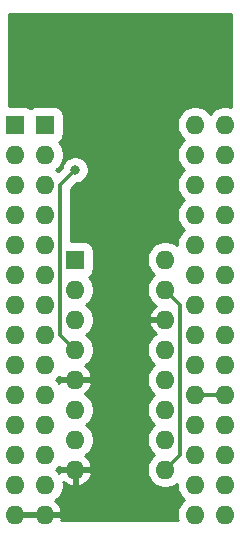
<source format=gbl>
%TF.GenerationSoftware,KiCad,Pcbnew,(5.1.9)-1*%
%TF.CreationDate,2021-05-18T21:14:01+08:00*%
%TF.ProjectId,SmartWatchRedux-E-SMT,536d6172-7457-4617-9463-685265647578,rev?*%
%TF.SameCoordinates,Original*%
%TF.FileFunction,Copper,L2,Bot*%
%TF.FilePolarity,Positive*%
%FSLAX46Y46*%
G04 Gerber Fmt 4.6, Leading zero omitted, Abs format (unit mm)*
G04 Created by KiCad (PCBNEW (5.1.9)-1) date 2021-05-18 21:14:01*
%MOMM*%
%LPD*%
G01*
G04 APERTURE LIST*
%TA.AperFunction,ComponentPad*%
%ADD10O,1.600000X1.600000*%
%TD*%
%TA.AperFunction,ComponentPad*%
%ADD11R,1.600000X1.600000*%
%TD*%
%TA.AperFunction,ViaPad*%
%ADD12C,0.800000*%
%TD*%
%TA.AperFunction,Conductor*%
%ADD13C,0.350000*%
%TD*%
%TA.AperFunction,Conductor*%
%ADD14C,0.254000*%
%TD*%
%TA.AperFunction,Conductor*%
%ADD15C,0.100000*%
%TD*%
G04 APERTURE END LIST*
D10*
%TO.P,CN1,28*%
%TO.N,VCC*%
X123190000Y-63500000D03*
%TO.P,CN1,14*%
%TO.N,GND*%
X107950000Y-96520000D03*
%TO.P,CN1,27*%
%TO.N,Net-(CN1-Pad27)*%
X123190000Y-66040000D03*
%TO.P,CN1,13*%
%TO.N,Net-(CN1-Pad13)*%
X107950000Y-93980000D03*
%TO.P,CN1,26*%
%TO.N,Net-(CN1-Pad26)*%
X123190000Y-68580000D03*
%TO.P,CN1,12*%
%TO.N,Net-(CN1-Pad12)*%
X107950000Y-91440000D03*
%TO.P,CN1,25*%
%TO.N,Net-(CN1-Pad25)*%
X123190000Y-71120000D03*
%TO.P,CN1,11*%
%TO.N,Net-(CN1-Pad11)*%
X107950000Y-88900000D03*
%TO.P,CN1,24*%
%TO.N,Net-(CN1-Pad24)*%
X123190000Y-73660000D03*
%TO.P,CN1,10*%
%TO.N,Net-(CN1-Pad10)*%
X107950000Y-86360000D03*
%TO.P,CN1,23*%
%TO.N,Net-(CN1-Pad23)*%
X123190000Y-76200000D03*
%TO.P,CN1,9*%
%TO.N,Net-(CN1-Pad9)*%
X107950000Y-83820000D03*
%TO.P,CN1,22*%
%TO.N,Net-(CN1-Pad22)*%
X123190000Y-78740000D03*
%TO.P,CN1,8*%
%TO.N,Net-(CN1-Pad8)*%
X107950000Y-81280000D03*
%TO.P,CN1,21*%
%TO.N,Net-(CN1-Pad21)*%
X123190000Y-81280000D03*
%TO.P,CN1,7*%
%TO.N,Net-(CN1-Pad7)*%
X107950000Y-78740000D03*
%TO.P,CN1,20*%
%TO.N,Net-(CN1-Pad20)*%
X123190000Y-83820000D03*
%TO.P,CN1,6*%
%TO.N,Net-(CN1-Pad6)*%
X107950000Y-76200000D03*
%TO.P,CN1,19*%
%TO.N,Net-(CN1-Pad19)*%
X123190000Y-86360000D03*
%TO.P,CN1,5*%
%TO.N,Net-(CN1-Pad5)*%
X107950000Y-73660000D03*
%TO.P,CN1,18*%
%TO.N,Net-(CN1-Pad18)*%
X123190000Y-88900000D03*
%TO.P,CN1,4*%
%TO.N,Net-(CN1-Pad4)*%
X107950000Y-71120000D03*
%TO.P,CN1,17*%
%TO.N,Net-(CN1-Pad17)*%
X123190000Y-91440000D03*
%TO.P,CN1,3*%
%TO.N,Net-(CN1-Pad3)*%
X107950000Y-68580000D03*
%TO.P,CN1,16*%
%TO.N,Net-(CN1-Pad16)*%
X123190000Y-93980000D03*
%TO.P,CN1,2*%
%TO.N,Net-(CN1-Pad2)*%
X107950000Y-66040000D03*
%TO.P,CN1,15*%
%TO.N,Net-(CN1-Pad15)*%
X123190000Y-96520000D03*
D11*
%TO.P,CN1,1*%
%TO.N,Net-(CN1-Pad1)*%
X107950000Y-63500000D03*
%TD*%
D10*
%TO.P,U1,28*%
%TO.N,VCC*%
X125730000Y-63500000D03*
%TO.P,U1,14*%
%TO.N,GND*%
X110490000Y-96520000D03*
%TO.P,U1,27*%
%TO.N,Net-(CN1-Pad27)*%
X125730000Y-66040000D03*
%TO.P,U1,13*%
%TO.N,Net-(CN1-Pad13)*%
X110490000Y-93980000D03*
%TO.P,U1,26*%
%TO.N,Net-(CN1-Pad26)*%
X125730000Y-68580000D03*
%TO.P,U1,12*%
%TO.N,Net-(CN1-Pad12)*%
X110490000Y-91440000D03*
%TO.P,U1,25*%
%TO.N,Net-(CN1-Pad25)*%
X125730000Y-71120000D03*
%TO.P,U1,11*%
%TO.N,Net-(CN1-Pad11)*%
X110490000Y-88900000D03*
%TO.P,U1,24*%
%TO.N,Net-(CN1-Pad24)*%
X125730000Y-73660000D03*
%TO.P,U1,10*%
%TO.N,Net-(CN1-Pad10)*%
X110490000Y-86360000D03*
%TO.P,U1,23*%
%TO.N,Net-(CN1-Pad23)*%
X125730000Y-76200000D03*
%TO.P,U1,9*%
%TO.N,Net-(CN1-Pad9)*%
X110490000Y-83820000D03*
%TO.P,U1,22*%
%TO.N,Net-(CN1-Pad22)*%
X125730000Y-78740000D03*
%TO.P,U1,8*%
%TO.N,Net-(CN1-Pad8)*%
X110490000Y-81280000D03*
%TO.P,U1,21*%
%TO.N,Net-(CN1-Pad21)*%
X125730000Y-81280000D03*
%TO.P,U1,7*%
%TO.N,Net-(CN1-Pad7)*%
X110490000Y-78740000D03*
%TO.P,U1,20*%
%TO.N,Net-(U1-Pad20)*%
X125730000Y-83820000D03*
%TO.P,U1,6*%
%TO.N,Net-(CN1-Pad6)*%
X110490000Y-76200000D03*
%TO.P,U1,19*%
%TO.N,Net-(CN1-Pad19)*%
X125730000Y-86360000D03*
%TO.P,U1,5*%
%TO.N,Net-(CN1-Pad5)*%
X110490000Y-73660000D03*
%TO.P,U1,18*%
%TO.N,Net-(CN1-Pad18)*%
X125730000Y-88900000D03*
%TO.P,U1,4*%
%TO.N,Net-(CN1-Pad4)*%
X110490000Y-71120000D03*
%TO.P,U1,17*%
%TO.N,Net-(CN1-Pad17)*%
X125730000Y-91440000D03*
%TO.P,U1,3*%
%TO.N,Net-(CN1-Pad3)*%
X110490000Y-68580000D03*
%TO.P,U1,16*%
%TO.N,Net-(CN1-Pad16)*%
X125730000Y-93980000D03*
%TO.P,U1,2*%
%TO.N,Net-(CN1-Pad2)*%
X110490000Y-66040000D03*
%TO.P,U1,15*%
%TO.N,Net-(CN1-Pad15)*%
X125730000Y-96520000D03*
D11*
%TO.P,U1,1*%
%TO.N,Net-(CN1-Pad1)*%
X110490000Y-63500000D03*
%TD*%
D10*
%TO.P,U2,16*%
%TO.N,VCC*%
X120650000Y-74930000D03*
%TO.P,U2,8*%
%TO.N,GND*%
X113030000Y-92710000D03*
%TO.P,U2,15*%
%TO.N,Net-(U2-Pad15)*%
X120650000Y-77470000D03*
%TO.P,U2,7*%
%TO.N,Net-(CN1-Pad11)*%
X113030000Y-90170000D03*
%TO.P,U2,14*%
%TO.N,GND*%
X120650000Y-80010000D03*
%TO.P,U2,6*%
%TO.N,Net-(CN1-Pad10)*%
X113030000Y-87630000D03*
%TO.P,U2,13*%
%TO.N,Net-(CN1-Pad1)*%
X120650000Y-82550000D03*
%TO.P,U2,5*%
%TO.N,GND*%
X113030000Y-85090000D03*
%TO.P,U2,12*%
%TO.N,Net-(CN1-Pad22)*%
X120650000Y-85090000D03*
%TO.P,U2,4*%
%TO.N,Net-(BAT1-Pad1)*%
X113030000Y-82550000D03*
%TO.P,U2,11*%
%TO.N,Net-(CN1-Pad20)*%
X120650000Y-87630000D03*
%TO.P,U2,3*%
%TO.N,Net-(CN1-Pad8)*%
X113030000Y-80010000D03*
%TO.P,U2,10*%
%TO.N,Net-(U1-Pad20)*%
X120650000Y-90170000D03*
%TO.P,U2,2*%
%TO.N,/XTAL2*%
X113030000Y-77470000D03*
%TO.P,U2,9*%
%TO.N,Net-(U2-Pad15)*%
X120650000Y-92710000D03*
D11*
%TO.P,U2,1*%
%TO.N,/XTAL1*%
X113030000Y-74930000D03*
%TD*%
D12*
%TO.N,Net-(BAT1-Pad1)*%
X113030000Y-67310000D03*
%TO.N,GND*%
X114935000Y-64770000D03*
X116840000Y-64770000D03*
X118745000Y-64770000D03*
X112395000Y-96520000D03*
X118745000Y-73660000D03*
X114935000Y-67310000D03*
X113030000Y-94615000D03*
X116840000Y-55245000D03*
X123190000Y-55245000D03*
X120015000Y-55245000D03*
X113665000Y-55245000D03*
X110490000Y-55245000D03*
X118745000Y-71755000D03*
X118745000Y-69850000D03*
X113665000Y-96520000D03*
%TD*%
D13*
%TO.N,Net-(BAT1-Pad1)*%
X111760000Y-68580000D02*
X113030000Y-67310000D01*
X111760000Y-81280000D02*
X111760000Y-68580000D01*
X113030000Y-82550000D02*
X111760000Y-81280000D01*
%TO.N,Net-(CN1-Pad19)*%
X123190000Y-86360000D02*
X125730000Y-86360000D01*
%TO.N,Net-(U2-Pad15)*%
X121920000Y-91440000D02*
X121920000Y-78740000D01*
X121920000Y-78740000D02*
X120650000Y-77470000D01*
X120650000Y-92710000D02*
X121920000Y-91440000D01*
%TD*%
D14*
%TO.N,GND*%
X126212999Y-62009368D02*
X126185619Y-61998027D01*
X125883844Y-61938000D01*
X125576156Y-61938000D01*
X125274381Y-61998027D01*
X124990115Y-62115773D01*
X124734283Y-62286715D01*
X124516715Y-62504283D01*
X124460000Y-62589163D01*
X124403285Y-62504283D01*
X124185717Y-62286715D01*
X123929885Y-62115773D01*
X123645619Y-61998027D01*
X123343844Y-61938000D01*
X123036156Y-61938000D01*
X122734381Y-61998027D01*
X122450115Y-62115773D01*
X122194283Y-62286715D01*
X121976715Y-62504283D01*
X121805773Y-62760115D01*
X121688027Y-63044381D01*
X121628000Y-63346156D01*
X121628000Y-63653844D01*
X121688027Y-63955619D01*
X121805773Y-64239885D01*
X121976715Y-64495717D01*
X122194283Y-64713285D01*
X122279163Y-64770000D01*
X122194283Y-64826715D01*
X121976715Y-65044283D01*
X121805773Y-65300115D01*
X121688027Y-65584381D01*
X121628000Y-65886156D01*
X121628000Y-66193844D01*
X121688027Y-66495619D01*
X121805773Y-66779885D01*
X121976715Y-67035717D01*
X122194283Y-67253285D01*
X122279163Y-67310000D01*
X122194283Y-67366715D01*
X121976715Y-67584283D01*
X121805773Y-67840115D01*
X121688027Y-68124381D01*
X121628000Y-68426156D01*
X121628000Y-68733844D01*
X121688027Y-69035619D01*
X121805773Y-69319885D01*
X121976715Y-69575717D01*
X122194283Y-69793285D01*
X122279163Y-69850000D01*
X122194283Y-69906715D01*
X121976715Y-70124283D01*
X121805773Y-70380115D01*
X121688027Y-70664381D01*
X121628000Y-70966156D01*
X121628000Y-71273844D01*
X121688027Y-71575619D01*
X121805773Y-71859885D01*
X121976715Y-72115717D01*
X122194283Y-72333285D01*
X122279163Y-72390000D01*
X122194283Y-72446715D01*
X121976715Y-72664283D01*
X121805773Y-72920115D01*
X121688027Y-73204381D01*
X121628000Y-73506156D01*
X121628000Y-73704877D01*
X121389885Y-73545773D01*
X121105619Y-73428027D01*
X120803844Y-73368000D01*
X120496156Y-73368000D01*
X120194381Y-73428027D01*
X119910115Y-73545773D01*
X119654283Y-73716715D01*
X119436715Y-73934283D01*
X119265773Y-74190115D01*
X119148027Y-74474381D01*
X119088000Y-74776156D01*
X119088000Y-75083844D01*
X119148027Y-75385619D01*
X119265773Y-75669885D01*
X119436715Y-75925717D01*
X119654283Y-76143285D01*
X119739163Y-76200000D01*
X119654283Y-76256715D01*
X119436715Y-76474283D01*
X119265773Y-76730115D01*
X119148027Y-77014381D01*
X119088000Y-77316156D01*
X119088000Y-77623844D01*
X119148027Y-77925619D01*
X119265773Y-78209885D01*
X119436715Y-78465717D01*
X119654283Y-78683285D01*
X119858275Y-78819588D01*
X119794869Y-78857615D01*
X119586481Y-79046586D01*
X119418963Y-79272580D01*
X119298754Y-79526913D01*
X119258096Y-79660961D01*
X119380085Y-79883000D01*
X120523000Y-79883000D01*
X120523000Y-79863000D01*
X120777000Y-79863000D01*
X120777000Y-79883000D01*
X120797000Y-79883000D01*
X120797000Y-80137000D01*
X120777000Y-80137000D01*
X120777000Y-80157000D01*
X120523000Y-80157000D01*
X120523000Y-80137000D01*
X119380085Y-80137000D01*
X119258096Y-80359039D01*
X119298754Y-80493087D01*
X119418963Y-80747420D01*
X119586481Y-80973414D01*
X119794869Y-81162385D01*
X119858275Y-81200412D01*
X119654283Y-81336715D01*
X119436715Y-81554283D01*
X119265773Y-81810115D01*
X119148027Y-82094381D01*
X119088000Y-82396156D01*
X119088000Y-82703844D01*
X119148027Y-83005619D01*
X119265773Y-83289885D01*
X119436715Y-83545717D01*
X119654283Y-83763285D01*
X119739163Y-83820000D01*
X119654283Y-83876715D01*
X119436715Y-84094283D01*
X119265773Y-84350115D01*
X119148027Y-84634381D01*
X119088000Y-84936156D01*
X119088000Y-85243844D01*
X119148027Y-85545619D01*
X119265773Y-85829885D01*
X119436715Y-86085717D01*
X119654283Y-86303285D01*
X119739163Y-86360000D01*
X119654283Y-86416715D01*
X119436715Y-86634283D01*
X119265773Y-86890115D01*
X119148027Y-87174381D01*
X119088000Y-87476156D01*
X119088000Y-87783844D01*
X119148027Y-88085619D01*
X119265773Y-88369885D01*
X119436715Y-88625717D01*
X119654283Y-88843285D01*
X119739163Y-88900000D01*
X119654283Y-88956715D01*
X119436715Y-89174283D01*
X119265773Y-89430115D01*
X119148027Y-89714381D01*
X119088000Y-90016156D01*
X119088000Y-90323844D01*
X119148027Y-90625619D01*
X119265773Y-90909885D01*
X119436715Y-91165717D01*
X119654283Y-91383285D01*
X119739163Y-91440000D01*
X119654283Y-91496715D01*
X119436715Y-91714283D01*
X119265773Y-91970115D01*
X119148027Y-92254381D01*
X119088000Y-92556156D01*
X119088000Y-92863844D01*
X119148027Y-93165619D01*
X119265773Y-93449885D01*
X119436715Y-93705717D01*
X119654283Y-93923285D01*
X119910115Y-94094227D01*
X120194381Y-94211973D01*
X120496156Y-94272000D01*
X120803844Y-94272000D01*
X121105619Y-94211973D01*
X121389885Y-94094227D01*
X121628000Y-93935123D01*
X121628000Y-94133844D01*
X121688027Y-94435619D01*
X121805773Y-94719885D01*
X121976715Y-94975717D01*
X122194283Y-95193285D01*
X122279163Y-95250000D01*
X122194283Y-95306715D01*
X121976715Y-95524283D01*
X121805773Y-95780115D01*
X121688027Y-96064381D01*
X121628000Y-96366156D01*
X121628000Y-96673844D01*
X121688027Y-96975619D01*
X121699369Y-97003000D01*
X111841272Y-97003000D01*
X111881904Y-96869039D01*
X111759915Y-96647000D01*
X110617000Y-96647000D01*
X110617000Y-96667000D01*
X110363000Y-96667000D01*
X110363000Y-96647000D01*
X109220085Y-96647000D01*
X109220000Y-96647155D01*
X109219915Y-96647000D01*
X108077000Y-96647000D01*
X108077000Y-96667000D01*
X107823000Y-96667000D01*
X107823000Y-96647000D01*
X107803000Y-96647000D01*
X107803000Y-96393000D01*
X107823000Y-96393000D01*
X107823000Y-96373000D01*
X108077000Y-96373000D01*
X108077000Y-96393000D01*
X109219915Y-96393000D01*
X109220000Y-96392845D01*
X109220085Y-96393000D01*
X110363000Y-96393000D01*
X110363000Y-96373000D01*
X110617000Y-96373000D01*
X110617000Y-96393000D01*
X111759915Y-96393000D01*
X111881904Y-96170961D01*
X111841246Y-96036913D01*
X111721037Y-95782580D01*
X111553519Y-95556586D01*
X111345131Y-95367615D01*
X111281725Y-95329588D01*
X111485717Y-95193285D01*
X111703285Y-94975717D01*
X111874227Y-94719885D01*
X111991973Y-94435619D01*
X112052000Y-94133844D01*
X112052000Y-93826156D01*
X112033752Y-93734417D01*
X112174869Y-93862385D01*
X112416119Y-94007070D01*
X112680960Y-94101909D01*
X112903000Y-93980624D01*
X112903000Y-92837000D01*
X113157000Y-92837000D01*
X113157000Y-93980624D01*
X113379040Y-94101909D01*
X113643881Y-94007070D01*
X113885131Y-93862385D01*
X114093519Y-93673414D01*
X114261037Y-93447420D01*
X114381246Y-93193087D01*
X114421904Y-93059039D01*
X114299915Y-92837000D01*
X113157000Y-92837000D01*
X112903000Y-92837000D01*
X111760085Y-92837000D01*
X111687719Y-92968717D01*
X111485717Y-92766715D01*
X111400837Y-92710000D01*
X111485717Y-92653285D01*
X111687719Y-92451283D01*
X111760085Y-92583000D01*
X112903000Y-92583000D01*
X112903000Y-92563000D01*
X113157000Y-92563000D01*
X113157000Y-92583000D01*
X114299915Y-92583000D01*
X114421904Y-92360961D01*
X114381246Y-92226913D01*
X114261037Y-91972580D01*
X114093519Y-91746586D01*
X113885131Y-91557615D01*
X113821725Y-91519588D01*
X114025717Y-91383285D01*
X114243285Y-91165717D01*
X114414227Y-90909885D01*
X114531973Y-90625619D01*
X114592000Y-90323844D01*
X114592000Y-90016156D01*
X114531973Y-89714381D01*
X114414227Y-89430115D01*
X114243285Y-89174283D01*
X114025717Y-88956715D01*
X113940837Y-88900000D01*
X114025717Y-88843285D01*
X114243285Y-88625717D01*
X114414227Y-88369885D01*
X114531973Y-88085619D01*
X114592000Y-87783844D01*
X114592000Y-87476156D01*
X114531973Y-87174381D01*
X114414227Y-86890115D01*
X114243285Y-86634283D01*
X114025717Y-86416715D01*
X113821725Y-86280412D01*
X113885131Y-86242385D01*
X114093519Y-86053414D01*
X114261037Y-85827420D01*
X114381246Y-85573087D01*
X114421904Y-85439039D01*
X114299915Y-85217000D01*
X113157000Y-85217000D01*
X113157000Y-85237000D01*
X112903000Y-85237000D01*
X112903000Y-85217000D01*
X111760085Y-85217000D01*
X111687719Y-85348717D01*
X111485717Y-85146715D01*
X111400837Y-85090000D01*
X111485717Y-85033285D01*
X111687719Y-84831283D01*
X111760085Y-84963000D01*
X112903000Y-84963000D01*
X112903000Y-84943000D01*
X113157000Y-84943000D01*
X113157000Y-84963000D01*
X114299915Y-84963000D01*
X114421904Y-84740961D01*
X114381246Y-84606913D01*
X114261037Y-84352580D01*
X114093519Y-84126586D01*
X113885131Y-83937615D01*
X113821725Y-83899588D01*
X114025717Y-83763285D01*
X114243285Y-83545717D01*
X114414227Y-83289885D01*
X114531973Y-83005619D01*
X114592000Y-82703844D01*
X114592000Y-82396156D01*
X114531973Y-82094381D01*
X114414227Y-81810115D01*
X114243285Y-81554283D01*
X114025717Y-81336715D01*
X113940837Y-81280000D01*
X114025717Y-81223285D01*
X114243285Y-81005717D01*
X114414227Y-80749885D01*
X114531973Y-80465619D01*
X114592000Y-80163844D01*
X114592000Y-79856156D01*
X114531973Y-79554381D01*
X114414227Y-79270115D01*
X114243285Y-79014283D01*
X114025717Y-78796715D01*
X113940837Y-78740000D01*
X114025717Y-78683285D01*
X114243285Y-78465717D01*
X114414227Y-78209885D01*
X114531973Y-77925619D01*
X114592000Y-77623844D01*
X114592000Y-77316156D01*
X114531973Y-77014381D01*
X114414227Y-76730115D01*
X114243285Y-76474283D01*
X114177357Y-76408355D01*
X114255392Y-76366645D01*
X114371422Y-76271422D01*
X114466645Y-76155392D01*
X114537402Y-76023015D01*
X114580974Y-75879378D01*
X114595686Y-75730000D01*
X114595686Y-74130000D01*
X114580974Y-73980622D01*
X114537402Y-73836985D01*
X114466645Y-73704608D01*
X114371422Y-73588578D01*
X114255392Y-73493355D01*
X114123015Y-73422598D01*
X113979378Y-73379026D01*
X113830000Y-73364314D01*
X112697000Y-73364314D01*
X112697000Y-68968117D01*
X113205203Y-68459915D01*
X113368943Y-68427345D01*
X113580413Y-68339751D01*
X113770732Y-68212584D01*
X113932584Y-68050732D01*
X114059751Y-67860413D01*
X114147345Y-67648943D01*
X114192000Y-67424447D01*
X114192000Y-67195553D01*
X114147345Y-66971057D01*
X114059751Y-66759587D01*
X113932584Y-66569268D01*
X113770732Y-66407416D01*
X113580413Y-66280249D01*
X113368943Y-66192655D01*
X113144447Y-66148000D01*
X112915553Y-66148000D01*
X112691057Y-66192655D01*
X112479587Y-66280249D01*
X112289268Y-66407416D01*
X112127416Y-66569268D01*
X112000249Y-66759587D01*
X111912655Y-66971057D01*
X111880085Y-67134797D01*
X111566942Y-67447940D01*
X111485717Y-67366715D01*
X111400837Y-67310000D01*
X111485717Y-67253285D01*
X111703285Y-67035717D01*
X111874227Y-66779885D01*
X111991973Y-66495619D01*
X112052000Y-66193844D01*
X112052000Y-65886156D01*
X111991973Y-65584381D01*
X111874227Y-65300115D01*
X111703285Y-65044283D01*
X111637357Y-64978355D01*
X111715392Y-64936645D01*
X111831422Y-64841422D01*
X111926645Y-64725392D01*
X111997402Y-64593015D01*
X112040974Y-64449378D01*
X112055686Y-64300000D01*
X112055686Y-62700000D01*
X112040974Y-62550622D01*
X111997402Y-62406985D01*
X111926645Y-62274608D01*
X111831422Y-62158578D01*
X111715392Y-62063355D01*
X111583015Y-61992598D01*
X111439378Y-61949026D01*
X111290000Y-61934314D01*
X109690000Y-61934314D01*
X109540622Y-61949026D01*
X109396985Y-61992598D01*
X109264608Y-62063355D01*
X109220000Y-62099964D01*
X109175392Y-62063355D01*
X109043015Y-61992598D01*
X108899378Y-61949026D01*
X108750000Y-61934314D01*
X107467001Y-61934314D01*
X107467001Y-54102000D01*
X126212999Y-54102000D01*
X126212999Y-62009368D01*
%TA.AperFunction,Conductor*%
D15*
G36*
X126212999Y-62009368D02*
G01*
X126185619Y-61998027D01*
X125883844Y-61938000D01*
X125576156Y-61938000D01*
X125274381Y-61998027D01*
X124990115Y-62115773D01*
X124734283Y-62286715D01*
X124516715Y-62504283D01*
X124460000Y-62589163D01*
X124403285Y-62504283D01*
X124185717Y-62286715D01*
X123929885Y-62115773D01*
X123645619Y-61998027D01*
X123343844Y-61938000D01*
X123036156Y-61938000D01*
X122734381Y-61998027D01*
X122450115Y-62115773D01*
X122194283Y-62286715D01*
X121976715Y-62504283D01*
X121805773Y-62760115D01*
X121688027Y-63044381D01*
X121628000Y-63346156D01*
X121628000Y-63653844D01*
X121688027Y-63955619D01*
X121805773Y-64239885D01*
X121976715Y-64495717D01*
X122194283Y-64713285D01*
X122279163Y-64770000D01*
X122194283Y-64826715D01*
X121976715Y-65044283D01*
X121805773Y-65300115D01*
X121688027Y-65584381D01*
X121628000Y-65886156D01*
X121628000Y-66193844D01*
X121688027Y-66495619D01*
X121805773Y-66779885D01*
X121976715Y-67035717D01*
X122194283Y-67253285D01*
X122279163Y-67310000D01*
X122194283Y-67366715D01*
X121976715Y-67584283D01*
X121805773Y-67840115D01*
X121688027Y-68124381D01*
X121628000Y-68426156D01*
X121628000Y-68733844D01*
X121688027Y-69035619D01*
X121805773Y-69319885D01*
X121976715Y-69575717D01*
X122194283Y-69793285D01*
X122279163Y-69850000D01*
X122194283Y-69906715D01*
X121976715Y-70124283D01*
X121805773Y-70380115D01*
X121688027Y-70664381D01*
X121628000Y-70966156D01*
X121628000Y-71273844D01*
X121688027Y-71575619D01*
X121805773Y-71859885D01*
X121976715Y-72115717D01*
X122194283Y-72333285D01*
X122279163Y-72390000D01*
X122194283Y-72446715D01*
X121976715Y-72664283D01*
X121805773Y-72920115D01*
X121688027Y-73204381D01*
X121628000Y-73506156D01*
X121628000Y-73704877D01*
X121389885Y-73545773D01*
X121105619Y-73428027D01*
X120803844Y-73368000D01*
X120496156Y-73368000D01*
X120194381Y-73428027D01*
X119910115Y-73545773D01*
X119654283Y-73716715D01*
X119436715Y-73934283D01*
X119265773Y-74190115D01*
X119148027Y-74474381D01*
X119088000Y-74776156D01*
X119088000Y-75083844D01*
X119148027Y-75385619D01*
X119265773Y-75669885D01*
X119436715Y-75925717D01*
X119654283Y-76143285D01*
X119739163Y-76200000D01*
X119654283Y-76256715D01*
X119436715Y-76474283D01*
X119265773Y-76730115D01*
X119148027Y-77014381D01*
X119088000Y-77316156D01*
X119088000Y-77623844D01*
X119148027Y-77925619D01*
X119265773Y-78209885D01*
X119436715Y-78465717D01*
X119654283Y-78683285D01*
X119858275Y-78819588D01*
X119794869Y-78857615D01*
X119586481Y-79046586D01*
X119418963Y-79272580D01*
X119298754Y-79526913D01*
X119258096Y-79660961D01*
X119380085Y-79883000D01*
X120523000Y-79883000D01*
X120523000Y-79863000D01*
X120777000Y-79863000D01*
X120777000Y-79883000D01*
X120797000Y-79883000D01*
X120797000Y-80137000D01*
X120777000Y-80137000D01*
X120777000Y-80157000D01*
X120523000Y-80157000D01*
X120523000Y-80137000D01*
X119380085Y-80137000D01*
X119258096Y-80359039D01*
X119298754Y-80493087D01*
X119418963Y-80747420D01*
X119586481Y-80973414D01*
X119794869Y-81162385D01*
X119858275Y-81200412D01*
X119654283Y-81336715D01*
X119436715Y-81554283D01*
X119265773Y-81810115D01*
X119148027Y-82094381D01*
X119088000Y-82396156D01*
X119088000Y-82703844D01*
X119148027Y-83005619D01*
X119265773Y-83289885D01*
X119436715Y-83545717D01*
X119654283Y-83763285D01*
X119739163Y-83820000D01*
X119654283Y-83876715D01*
X119436715Y-84094283D01*
X119265773Y-84350115D01*
X119148027Y-84634381D01*
X119088000Y-84936156D01*
X119088000Y-85243844D01*
X119148027Y-85545619D01*
X119265773Y-85829885D01*
X119436715Y-86085717D01*
X119654283Y-86303285D01*
X119739163Y-86360000D01*
X119654283Y-86416715D01*
X119436715Y-86634283D01*
X119265773Y-86890115D01*
X119148027Y-87174381D01*
X119088000Y-87476156D01*
X119088000Y-87783844D01*
X119148027Y-88085619D01*
X119265773Y-88369885D01*
X119436715Y-88625717D01*
X119654283Y-88843285D01*
X119739163Y-88900000D01*
X119654283Y-88956715D01*
X119436715Y-89174283D01*
X119265773Y-89430115D01*
X119148027Y-89714381D01*
X119088000Y-90016156D01*
X119088000Y-90323844D01*
X119148027Y-90625619D01*
X119265773Y-90909885D01*
X119436715Y-91165717D01*
X119654283Y-91383285D01*
X119739163Y-91440000D01*
X119654283Y-91496715D01*
X119436715Y-91714283D01*
X119265773Y-91970115D01*
X119148027Y-92254381D01*
X119088000Y-92556156D01*
X119088000Y-92863844D01*
X119148027Y-93165619D01*
X119265773Y-93449885D01*
X119436715Y-93705717D01*
X119654283Y-93923285D01*
X119910115Y-94094227D01*
X120194381Y-94211973D01*
X120496156Y-94272000D01*
X120803844Y-94272000D01*
X121105619Y-94211973D01*
X121389885Y-94094227D01*
X121628000Y-93935123D01*
X121628000Y-94133844D01*
X121688027Y-94435619D01*
X121805773Y-94719885D01*
X121976715Y-94975717D01*
X122194283Y-95193285D01*
X122279163Y-95250000D01*
X122194283Y-95306715D01*
X121976715Y-95524283D01*
X121805773Y-95780115D01*
X121688027Y-96064381D01*
X121628000Y-96366156D01*
X121628000Y-96673844D01*
X121688027Y-96975619D01*
X121699369Y-97003000D01*
X111841272Y-97003000D01*
X111881904Y-96869039D01*
X111759915Y-96647000D01*
X110617000Y-96647000D01*
X110617000Y-96667000D01*
X110363000Y-96667000D01*
X110363000Y-96647000D01*
X109220085Y-96647000D01*
X109220000Y-96647155D01*
X109219915Y-96647000D01*
X108077000Y-96647000D01*
X108077000Y-96667000D01*
X107823000Y-96667000D01*
X107823000Y-96647000D01*
X107803000Y-96647000D01*
X107803000Y-96393000D01*
X107823000Y-96393000D01*
X107823000Y-96373000D01*
X108077000Y-96373000D01*
X108077000Y-96393000D01*
X109219915Y-96393000D01*
X109220000Y-96392845D01*
X109220085Y-96393000D01*
X110363000Y-96393000D01*
X110363000Y-96373000D01*
X110617000Y-96373000D01*
X110617000Y-96393000D01*
X111759915Y-96393000D01*
X111881904Y-96170961D01*
X111841246Y-96036913D01*
X111721037Y-95782580D01*
X111553519Y-95556586D01*
X111345131Y-95367615D01*
X111281725Y-95329588D01*
X111485717Y-95193285D01*
X111703285Y-94975717D01*
X111874227Y-94719885D01*
X111991973Y-94435619D01*
X112052000Y-94133844D01*
X112052000Y-93826156D01*
X112033752Y-93734417D01*
X112174869Y-93862385D01*
X112416119Y-94007070D01*
X112680960Y-94101909D01*
X112903000Y-93980624D01*
X112903000Y-92837000D01*
X113157000Y-92837000D01*
X113157000Y-93980624D01*
X113379040Y-94101909D01*
X113643881Y-94007070D01*
X113885131Y-93862385D01*
X114093519Y-93673414D01*
X114261037Y-93447420D01*
X114381246Y-93193087D01*
X114421904Y-93059039D01*
X114299915Y-92837000D01*
X113157000Y-92837000D01*
X112903000Y-92837000D01*
X111760085Y-92837000D01*
X111687719Y-92968717D01*
X111485717Y-92766715D01*
X111400837Y-92710000D01*
X111485717Y-92653285D01*
X111687719Y-92451283D01*
X111760085Y-92583000D01*
X112903000Y-92583000D01*
X112903000Y-92563000D01*
X113157000Y-92563000D01*
X113157000Y-92583000D01*
X114299915Y-92583000D01*
X114421904Y-92360961D01*
X114381246Y-92226913D01*
X114261037Y-91972580D01*
X114093519Y-91746586D01*
X113885131Y-91557615D01*
X113821725Y-91519588D01*
X114025717Y-91383285D01*
X114243285Y-91165717D01*
X114414227Y-90909885D01*
X114531973Y-90625619D01*
X114592000Y-90323844D01*
X114592000Y-90016156D01*
X114531973Y-89714381D01*
X114414227Y-89430115D01*
X114243285Y-89174283D01*
X114025717Y-88956715D01*
X113940837Y-88900000D01*
X114025717Y-88843285D01*
X114243285Y-88625717D01*
X114414227Y-88369885D01*
X114531973Y-88085619D01*
X114592000Y-87783844D01*
X114592000Y-87476156D01*
X114531973Y-87174381D01*
X114414227Y-86890115D01*
X114243285Y-86634283D01*
X114025717Y-86416715D01*
X113821725Y-86280412D01*
X113885131Y-86242385D01*
X114093519Y-86053414D01*
X114261037Y-85827420D01*
X114381246Y-85573087D01*
X114421904Y-85439039D01*
X114299915Y-85217000D01*
X113157000Y-85217000D01*
X113157000Y-85237000D01*
X112903000Y-85237000D01*
X112903000Y-85217000D01*
X111760085Y-85217000D01*
X111687719Y-85348717D01*
X111485717Y-85146715D01*
X111400837Y-85090000D01*
X111485717Y-85033285D01*
X111687719Y-84831283D01*
X111760085Y-84963000D01*
X112903000Y-84963000D01*
X112903000Y-84943000D01*
X113157000Y-84943000D01*
X113157000Y-84963000D01*
X114299915Y-84963000D01*
X114421904Y-84740961D01*
X114381246Y-84606913D01*
X114261037Y-84352580D01*
X114093519Y-84126586D01*
X113885131Y-83937615D01*
X113821725Y-83899588D01*
X114025717Y-83763285D01*
X114243285Y-83545717D01*
X114414227Y-83289885D01*
X114531973Y-83005619D01*
X114592000Y-82703844D01*
X114592000Y-82396156D01*
X114531973Y-82094381D01*
X114414227Y-81810115D01*
X114243285Y-81554283D01*
X114025717Y-81336715D01*
X113940837Y-81280000D01*
X114025717Y-81223285D01*
X114243285Y-81005717D01*
X114414227Y-80749885D01*
X114531973Y-80465619D01*
X114592000Y-80163844D01*
X114592000Y-79856156D01*
X114531973Y-79554381D01*
X114414227Y-79270115D01*
X114243285Y-79014283D01*
X114025717Y-78796715D01*
X113940837Y-78740000D01*
X114025717Y-78683285D01*
X114243285Y-78465717D01*
X114414227Y-78209885D01*
X114531973Y-77925619D01*
X114592000Y-77623844D01*
X114592000Y-77316156D01*
X114531973Y-77014381D01*
X114414227Y-76730115D01*
X114243285Y-76474283D01*
X114177357Y-76408355D01*
X114255392Y-76366645D01*
X114371422Y-76271422D01*
X114466645Y-76155392D01*
X114537402Y-76023015D01*
X114580974Y-75879378D01*
X114595686Y-75730000D01*
X114595686Y-74130000D01*
X114580974Y-73980622D01*
X114537402Y-73836985D01*
X114466645Y-73704608D01*
X114371422Y-73588578D01*
X114255392Y-73493355D01*
X114123015Y-73422598D01*
X113979378Y-73379026D01*
X113830000Y-73364314D01*
X112697000Y-73364314D01*
X112697000Y-68968117D01*
X113205203Y-68459915D01*
X113368943Y-68427345D01*
X113580413Y-68339751D01*
X113770732Y-68212584D01*
X113932584Y-68050732D01*
X114059751Y-67860413D01*
X114147345Y-67648943D01*
X114192000Y-67424447D01*
X114192000Y-67195553D01*
X114147345Y-66971057D01*
X114059751Y-66759587D01*
X113932584Y-66569268D01*
X113770732Y-66407416D01*
X113580413Y-66280249D01*
X113368943Y-66192655D01*
X113144447Y-66148000D01*
X112915553Y-66148000D01*
X112691057Y-66192655D01*
X112479587Y-66280249D01*
X112289268Y-66407416D01*
X112127416Y-66569268D01*
X112000249Y-66759587D01*
X111912655Y-66971057D01*
X111880085Y-67134797D01*
X111566942Y-67447940D01*
X111485717Y-67366715D01*
X111400837Y-67310000D01*
X111485717Y-67253285D01*
X111703285Y-67035717D01*
X111874227Y-66779885D01*
X111991973Y-66495619D01*
X112052000Y-66193844D01*
X112052000Y-65886156D01*
X111991973Y-65584381D01*
X111874227Y-65300115D01*
X111703285Y-65044283D01*
X111637357Y-64978355D01*
X111715392Y-64936645D01*
X111831422Y-64841422D01*
X111926645Y-64725392D01*
X111997402Y-64593015D01*
X112040974Y-64449378D01*
X112055686Y-64300000D01*
X112055686Y-62700000D01*
X112040974Y-62550622D01*
X111997402Y-62406985D01*
X111926645Y-62274608D01*
X111831422Y-62158578D01*
X111715392Y-62063355D01*
X111583015Y-61992598D01*
X111439378Y-61949026D01*
X111290000Y-61934314D01*
X109690000Y-61934314D01*
X109540622Y-61949026D01*
X109396985Y-61992598D01*
X109264608Y-62063355D01*
X109220000Y-62099964D01*
X109175392Y-62063355D01*
X109043015Y-61992598D01*
X108899378Y-61949026D01*
X108750000Y-61934314D01*
X107467001Y-61934314D01*
X107467001Y-54102000D01*
X126212999Y-54102000D01*
X126212999Y-62009368D01*
G37*
%TD.AperFunction*%
%TD*%
M02*

</source>
